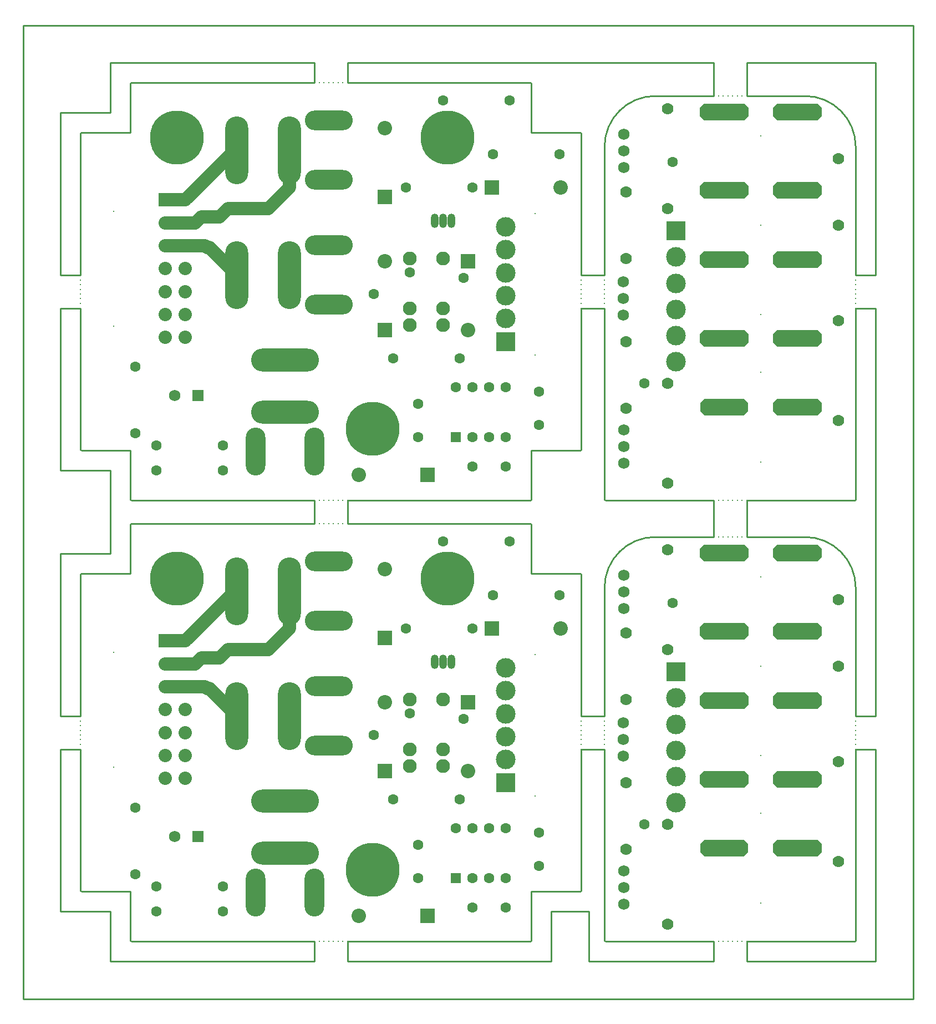
<source format=gbs>
G04 Layer_Color=16711935*
%FSLAX25Y25*%
%MOIN*%
G70*
G01*
G75*
%ADD13C,0.08000*%
%ADD17C,0.01000*%
%ADD50C,0.00800*%
%ADD51C,0.06800*%
%ADD52C,0.11824*%
%ADD53R,0.11824X0.11824*%
%ADD54C,0.07000*%
G04:AMPARAMS|DCode=55|XSize=293mil|YSize=103mil|CornerRadius=0mil|HoleSize=0mil|Usage=FLASHONLY|Rotation=0.000|XOffset=0mil|YOffset=0mil|HoleType=Round|Shape=Octagon|*
%AMOCTAGOND55*
4,1,8,0.14650,-0.02575,0.14650,0.02575,0.12075,0.05150,-0.12075,0.05150,-0.14650,0.02575,-0.14650,-0.02575,-0.12075,-0.05150,0.12075,-0.05150,0.14650,-0.02575,0.0*
%
%ADD55OCTAGOND55*%

G04:AMPARAMS|DCode=56|XSize=288mil|YSize=103mil|CornerRadius=0mil|HoleSize=0mil|Usage=FLASHONLY|Rotation=180.000|XOffset=0mil|YOffset=0mil|HoleType=Round|Shape=Octagon|*
%AMOCTAGOND56*
4,1,8,-0.14400,0.02575,-0.14400,-0.02575,-0.11825,-0.05150,0.11825,-0.05150,0.14400,-0.02575,0.14400,0.02575,0.11825,0.05150,-0.11825,0.05150,-0.14400,0.02575,0.0*
%
%ADD56OCTAGOND56*%

%ADD57C,0.06300*%
%ADD58R,0.06300X0.06300*%
%ADD59C,0.06312*%
%ADD60O,0.04737X0.08674*%
%ADD61O,0.04737X0.08674*%
%ADD62C,0.08300*%
%ADD63O,0.40800X0.13800*%
%ADD64O,0.11800X0.28800*%
%ADD65O,0.13800X0.40800*%
%ADD66O,0.28800X0.11800*%
%ADD67R,0.08674X0.08674*%
%ADD68C,0.08674*%
%ADD69R,0.08674X0.08674*%
%ADD70R,0.06800X0.06800*%
%ADD71R,0.08000X0.08000*%
%ADD72C,0.08000*%
%ADD73C,0.32300*%
%ADD74C,0.06000*%
D13*
X147500Y475000D02*
X152500Y480000D01*
X160000Y487500D01*
Y510000D01*
X85542Y480087D02*
X97587D01*
X85542Y466308D02*
X103308D01*
X85542Y452528D02*
X97353D01*
X97587Y480087D02*
X127500Y510000D01*
X112000Y451500D02*
X128500Y435000D01*
X97353Y452528D02*
X109472D01*
X110500Y451500D01*
X112000D01*
X123000Y475000D02*
X147500D01*
X118000Y470000D02*
X123000Y475000D01*
X107000Y470000D02*
X118000D01*
X103308Y466308D02*
X107000Y470000D01*
X147500Y210000D02*
X152500Y215000D01*
X160000Y222500D01*
Y245000D01*
X85542Y215087D02*
X97587D01*
X85542Y201308D02*
X103308D01*
X85542Y187528D02*
X97353D01*
X97587Y215087D02*
X127500Y245000D01*
X112000Y186500D02*
X128500Y170000D01*
X97353Y187528D02*
X109472D01*
X110500Y186500D01*
X112000D01*
X123000Y210000D02*
X147500D01*
X118000Y205000D02*
X123000Y210000D01*
X107000Y205000D02*
X118000D01*
X103308Y201308D02*
X107000Y205000D01*
D17*
X500000Y299500D02*
G03*
X500500Y300000I0J500D01*
G01*
X500000Y299500D02*
G03*
X500500Y300000I0J500D01*
G01*
X349500D02*
G03*
X350000Y299500I500J0D01*
G01*
X349500Y300000D02*
G03*
X350000Y299500I500J0D01*
G01*
X500500Y512000D02*
G03*
X470000Y542500I-30500J0D01*
G01*
X380000D02*
G03*
X349500Y512000I0J-30500D01*
G01*
X500000Y34500D02*
G03*
X500500Y35000I0J500D01*
G01*
X500000Y34500D02*
G03*
X500500Y35000I0J500D01*
G01*
X349500D02*
G03*
X350000Y34500I500J0D01*
G01*
X349500Y35000D02*
G03*
X350000Y34500I500J0D01*
G01*
X500500Y247000D02*
G03*
X470000Y277500I-30500J0D01*
G01*
X380000D02*
G03*
X349500Y247000I0J-30500D01*
G01*
X34500Y330000D02*
G03*
X35000Y329500I500J0D01*
G01*
X34500Y330000D02*
G03*
X35000Y329500I500J0D01*
G01*
X64500Y300000D02*
G03*
X65000Y299500I500J0D01*
G01*
X64500Y300000D02*
G03*
X65000Y299500I500J0D01*
G01*
X35000Y520500D02*
G03*
X34500Y520000I0J-500D01*
G01*
X35000Y520500D02*
G03*
X34500Y520000I0J-500D01*
G01*
X65000Y550500D02*
G03*
X64500Y550000I0J-500D01*
G01*
X65000Y550500D02*
G03*
X64500Y550000I0J-500D01*
G01*
X305000Y299500D02*
G03*
X305500Y300000I0J500D01*
G01*
X305000Y299500D02*
G03*
X305500Y300000I0J500D01*
G01*
X335000Y329500D02*
G03*
X335500Y330000I0J500D01*
G01*
X335000Y329500D02*
G03*
X335500Y330000I0J500D01*
G01*
X305500Y550000D02*
G03*
X305000Y550500I-500J0D01*
G01*
X305500Y550000D02*
G03*
X305000Y550500I-500J0D01*
G01*
X335500Y520000D02*
G03*
X335000Y520500I-500J0D01*
G01*
X335500Y520000D02*
G03*
X335000Y520500I-500J0D01*
G01*
X34500Y65000D02*
G03*
X35000Y64500I500J0D01*
G01*
X34500Y65000D02*
G03*
X35000Y64500I500J0D01*
G01*
X64500Y35000D02*
G03*
X65000Y34500I500J0D01*
G01*
X64500Y35000D02*
G03*
X65000Y34500I500J0D01*
G01*
X35000Y255500D02*
G03*
X34500Y255000I0J-500D01*
G01*
X35000Y255500D02*
G03*
X34500Y255000I0J-500D01*
G01*
X65000Y285500D02*
G03*
X64500Y285000I0J-500D01*
G01*
X65000Y285500D02*
G03*
X64500Y285000I0J-500D01*
G01*
X305000Y34500D02*
G03*
X305500Y35000I0J500D01*
G01*
X305000Y34500D02*
G03*
X305500Y35000I0J500D01*
G01*
X335000Y64500D02*
G03*
X335500Y65000I0J500D01*
G01*
X335000Y64500D02*
G03*
X335500Y65000I0J500D01*
G01*
X305500Y285000D02*
G03*
X305000Y285500I-500J0D01*
G01*
X305500Y285000D02*
G03*
X305000Y285500I-500J0D01*
G01*
X335500Y255000D02*
G03*
X335000Y255500I-500J0D01*
G01*
X335500Y255000D02*
G03*
X335000Y255500I-500J0D01*
G01*
X435000Y542500D02*
Y562500D01*
X415000Y542500D02*
Y562500D01*
X435000Y277500D02*
Y299500D01*
X415000Y277500D02*
Y299500D01*
X435000Y22500D02*
Y34500D01*
X415000Y22500D02*
Y34500D01*
X195000Y22500D02*
Y34500D01*
X175000Y22500D02*
Y34500D01*
X195000Y285500D02*
Y299500D01*
X175000Y285500D02*
Y299500D01*
X195000Y550500D02*
Y562500D01*
X175000Y550500D02*
Y562500D01*
X435000Y299500D02*
X500000D01*
X350000D02*
X415000D01*
X435000Y542500D02*
X470000D01*
X380000D02*
X415000D01*
X435000Y277500D02*
X470000D01*
X380000D02*
X415000D01*
X435000Y562500D02*
X512500D01*
X335000D02*
X415000D01*
X435000Y34500D02*
X500000D01*
X350000D02*
X415000D01*
X435000Y22500D02*
X512500D01*
X340000D02*
X415000D01*
X195000Y299500D02*
X305000D01*
X65000D02*
X175000D01*
X195000Y550500D02*
X305000D01*
X65000D02*
X175000D01*
X195000Y285500D02*
X305000D01*
X65000D02*
X175000D01*
X195000Y562500D02*
X317500D01*
X52500D02*
X175000D01*
X195000Y34500D02*
X305000D01*
X65000D02*
X175000D01*
X195000Y22500D02*
X317500D01*
X52500D02*
X175000D01*
X22500Y415000D02*
X34500D01*
X22500Y435000D02*
X34500D01*
X335500Y415000D02*
X349500D01*
X335500Y435000D02*
X349500D01*
X500500Y415000D02*
X512500D01*
X500500Y435000D02*
X512500D01*
X500500D02*
Y512000D01*
Y300000D02*
Y415000D01*
X349500Y435000D02*
Y512000D01*
Y300000D02*
Y415000D01*
X512500Y435000D02*
Y562500D01*
Y170000D02*
Y415000D01*
X335500Y435000D02*
Y520000D01*
Y330000D02*
Y415000D01*
X34500Y435000D02*
Y520000D01*
Y330000D02*
Y415000D01*
X22500Y435000D02*
Y532500D01*
Y317500D02*
Y415000D01*
X500500Y170000D02*
X512500D01*
X500500Y150000D02*
X512500D01*
X335500D02*
X349500D01*
X335500Y170000D02*
X349500D01*
X22500Y150000D02*
X34500D01*
X22500Y170000D02*
X34500D01*
X500500D02*
Y247000D01*
Y35000D02*
Y150000D01*
X349500Y170000D02*
Y247000D01*
Y35000D02*
Y150000D01*
X512500Y22500D02*
Y150000D01*
X335500Y170000D02*
Y255000D01*
Y65000D02*
Y150000D01*
X34500Y170000D02*
Y255000D01*
Y65000D02*
Y150000D01*
X22500Y170000D02*
Y267500D01*
Y52500D02*
Y150000D01*
X340000Y22500D02*
Y52500D01*
X317500Y562500D02*
X335000D01*
X52500Y532500D02*
Y562500D01*
X22500Y532500D02*
X52500D01*
X64500Y300000D02*
Y329500D01*
X35000D02*
X64500D01*
X35000Y520500D02*
X64500D01*
Y550000D01*
X305500Y300000D02*
Y329500D01*
X335000D01*
X305500Y520500D02*
Y550000D01*
Y520500D02*
X335000D01*
X64500Y35000D02*
Y64500D01*
X35000D02*
X64500D01*
X35000Y255500D02*
X64500D01*
Y285000D01*
X305500Y35000D02*
Y64500D01*
X335000D01*
X305500Y255500D02*
Y285000D01*
Y255500D02*
X335000D01*
X22500Y317500D02*
X52500D01*
Y267500D02*
Y317500D01*
X22500Y267500D02*
X52500D01*
X317500Y52500D02*
X340000D01*
X317500Y22500D02*
Y52500D01*
X52500Y22500D02*
Y52500D01*
X22500D02*
X52500D01*
X0Y0D02*
X535000D01*
Y585000D01*
X0D02*
X535000D01*
X0Y0D02*
Y585000D01*
D50*
X429300Y542500D02*
D03*
X432100D02*
D03*
X423700D02*
D03*
X426500D02*
D03*
X420900D02*
D03*
X418100D02*
D03*
X435200D02*
D03*
X415000D02*
D03*
X429300Y299500D02*
D03*
X432100D02*
D03*
X423700D02*
D03*
X426500D02*
D03*
X420900D02*
D03*
X418100D02*
D03*
X435200D02*
D03*
X415000D02*
D03*
X429300Y277500D02*
D03*
X432100D02*
D03*
X423700D02*
D03*
X426500D02*
D03*
X420900D02*
D03*
X418100D02*
D03*
X435200D02*
D03*
X415000D02*
D03*
X429300Y34500D02*
D03*
X432100D02*
D03*
X423700D02*
D03*
X426500D02*
D03*
X420900D02*
D03*
X418100D02*
D03*
X435200D02*
D03*
X415000D02*
D03*
X189300D02*
D03*
X192100D02*
D03*
X183700D02*
D03*
X186500D02*
D03*
X180900D02*
D03*
X178100D02*
D03*
X195200D02*
D03*
X175000D02*
D03*
X189300Y285500D02*
D03*
X192100D02*
D03*
X183700D02*
D03*
X186500D02*
D03*
X180900D02*
D03*
X178100D02*
D03*
X195200D02*
D03*
X175000D02*
D03*
X189300Y299500D02*
D03*
X192100D02*
D03*
X183700D02*
D03*
X186500D02*
D03*
X180900D02*
D03*
X178100D02*
D03*
X195200D02*
D03*
X175000D02*
D03*
X189300Y550500D02*
D03*
X192100D02*
D03*
X183700D02*
D03*
X186500D02*
D03*
X180900D02*
D03*
X178100D02*
D03*
X195200D02*
D03*
X175000D02*
D03*
X349500Y435000D02*
D03*
Y414800D02*
D03*
Y431900D02*
D03*
Y429100D02*
D03*
Y423500D02*
D03*
Y426300D02*
D03*
Y417900D02*
D03*
Y420700D02*
D03*
Y170000D02*
D03*
Y149800D02*
D03*
Y166900D02*
D03*
Y164100D02*
D03*
Y158500D02*
D03*
Y161300D02*
D03*
Y152900D02*
D03*
Y155700D02*
D03*
X500500Y170000D02*
D03*
Y149800D02*
D03*
Y166900D02*
D03*
Y164100D02*
D03*
Y158500D02*
D03*
Y161300D02*
D03*
Y152900D02*
D03*
Y155700D02*
D03*
Y435000D02*
D03*
Y414800D02*
D03*
Y431900D02*
D03*
Y429100D02*
D03*
Y423500D02*
D03*
Y426300D02*
D03*
Y417900D02*
D03*
Y420700D02*
D03*
X335500Y435000D02*
D03*
Y414800D02*
D03*
Y431900D02*
D03*
Y429100D02*
D03*
Y423500D02*
D03*
Y426300D02*
D03*
Y417900D02*
D03*
Y420700D02*
D03*
Y170000D02*
D03*
Y149800D02*
D03*
Y166900D02*
D03*
Y164100D02*
D03*
Y158500D02*
D03*
Y161300D02*
D03*
Y152900D02*
D03*
Y155700D02*
D03*
X34500Y435000D02*
D03*
Y414800D02*
D03*
Y431900D02*
D03*
Y429100D02*
D03*
Y423500D02*
D03*
Y426300D02*
D03*
Y417900D02*
D03*
Y420700D02*
D03*
Y155700D02*
D03*
Y152900D02*
D03*
Y161300D02*
D03*
Y158500D02*
D03*
Y164100D02*
D03*
Y166900D02*
D03*
Y149800D02*
D03*
Y170000D02*
D03*
X443350Y518550D02*
D03*
Y411250D02*
D03*
Y322650D02*
D03*
X443400Y376400D02*
D03*
Y465000D02*
D03*
X443350Y253550D02*
D03*
Y146250D02*
D03*
Y57650D02*
D03*
X443400Y111400D02*
D03*
Y200000D02*
D03*
X307717Y386870D02*
D03*
Y471909D02*
D03*
X54400Y473198D02*
D03*
Y404300D02*
D03*
X307717Y121870D02*
D03*
Y206909D02*
D03*
X54400Y208198D02*
D03*
Y139300D02*
D03*
D51*
X361000Y499600D02*
D03*
Y509600D02*
D03*
Y519600D02*
D03*
X360900Y410800D02*
D03*
Y420800D02*
D03*
Y430800D02*
D03*
X361000Y321900D02*
D03*
Y331900D02*
D03*
Y341900D02*
D03*
Y234600D02*
D03*
Y244600D02*
D03*
Y254600D02*
D03*
X360900Y145800D02*
D03*
Y155800D02*
D03*
Y165800D02*
D03*
X361000Y56900D02*
D03*
Y66900D02*
D03*
Y76900D02*
D03*
X91200Y362500D02*
D03*
Y97500D02*
D03*
D52*
X392500Y430000D02*
D03*
Y445748D02*
D03*
Y382756D02*
D03*
Y398504D02*
D03*
Y414252D02*
D03*
Y165000D02*
D03*
Y180748D02*
D03*
Y117756D02*
D03*
Y133504D02*
D03*
Y149252D02*
D03*
X290000Y408720D02*
D03*
Y422500D02*
D03*
Y436280D02*
D03*
Y450059D02*
D03*
Y463839D02*
D03*
Y143720D02*
D03*
Y157500D02*
D03*
Y171280D02*
D03*
Y185059D02*
D03*
Y198839D02*
D03*
D53*
X392500Y461496D02*
D03*
Y196496D02*
D03*
X290000Y394941D02*
D03*
Y129941D02*
D03*
D54*
X490000Y465000D02*
D03*
Y505000D02*
D03*
X387500Y475000D02*
D03*
Y535000D02*
D03*
X362500Y485000D02*
D03*
Y445000D02*
D03*
X387500Y310000D02*
D03*
Y370000D02*
D03*
X362500Y395000D02*
D03*
Y355000D02*
D03*
X490000Y407500D02*
D03*
Y347500D02*
D03*
Y200000D02*
D03*
Y240000D02*
D03*
X387500Y210000D02*
D03*
Y270000D02*
D03*
X362500Y220000D02*
D03*
Y180000D02*
D03*
X387500Y45000D02*
D03*
Y105000D02*
D03*
X362500Y130000D02*
D03*
Y90000D02*
D03*
X490000Y142500D02*
D03*
Y82500D02*
D03*
D55*
X421300Y532900D02*
D03*
X465400D02*
D03*
X421300Y485700D02*
D03*
X465400D02*
D03*
X421300Y444100D02*
D03*
X465400D02*
D03*
X421300Y396900D02*
D03*
X465400D02*
D03*
Y355500D02*
D03*
X421300Y267900D02*
D03*
X465400D02*
D03*
X421300Y220700D02*
D03*
X465400D02*
D03*
X421300Y179100D02*
D03*
X465400D02*
D03*
X421300Y131900D02*
D03*
X465400D02*
D03*
Y90500D02*
D03*
D56*
X421300Y355500D02*
D03*
Y90500D02*
D03*
D57*
X290000Y367500D02*
D03*
X280000D02*
D03*
X270000D02*
D03*
X260000D02*
D03*
X290000Y337500D02*
D03*
X280000D02*
D03*
X270000D02*
D03*
X310000Y345000D02*
D03*
Y365000D02*
D03*
X290000Y320000D02*
D03*
X270000D02*
D03*
X237500Y337500D02*
D03*
Y357500D02*
D03*
X290000Y102500D02*
D03*
X280000D02*
D03*
X270000D02*
D03*
X260000D02*
D03*
X290000Y72500D02*
D03*
X280000D02*
D03*
X270000D02*
D03*
X310000Y80000D02*
D03*
Y100000D02*
D03*
X290000Y55000D02*
D03*
X270000D02*
D03*
X237500Y72500D02*
D03*
Y92500D02*
D03*
X390400Y502800D02*
D03*
X373300Y370000D02*
D03*
X390400Y237800D02*
D03*
X373300Y105000D02*
D03*
X264900Y433100D02*
D03*
X210800Y423600D02*
D03*
X232500Y436500D02*
D03*
X264900Y168100D02*
D03*
X210800Y158600D02*
D03*
X232500Y171500D02*
D03*
D58*
X260000Y337500D02*
D03*
Y72500D02*
D03*
D59*
X292500Y540000D02*
D03*
X252500D02*
D03*
X80000Y317500D02*
D03*
X120000D02*
D03*
X67500Y340000D02*
D03*
Y380000D02*
D03*
X322500Y507500D02*
D03*
X282500D02*
D03*
X222500Y385000D02*
D03*
X262500D02*
D03*
X230000Y487500D02*
D03*
X270000D02*
D03*
X120000Y332500D02*
D03*
X80000D02*
D03*
X292500Y275000D02*
D03*
X252500D02*
D03*
X80000Y52500D02*
D03*
X120000D02*
D03*
X67500Y75000D02*
D03*
Y115000D02*
D03*
X322500Y242500D02*
D03*
X282500D02*
D03*
X222500Y120000D02*
D03*
X262500D02*
D03*
X230000Y222500D02*
D03*
X270000D02*
D03*
X120000Y67500D02*
D03*
X80000D02*
D03*
D60*
X247500Y467500D02*
D03*
Y202500D02*
D03*
D61*
X252500Y467500D02*
D03*
X257500D02*
D03*
X252500Y202500D02*
D03*
X257500D02*
D03*
D62*
X252500Y405000D02*
D03*
Y415000D02*
D03*
X232500D02*
D03*
Y405000D02*
D03*
Y445000D02*
D03*
X252500D02*
D03*
Y140000D02*
D03*
Y150000D02*
D03*
X232500D02*
D03*
Y140000D02*
D03*
Y180000D02*
D03*
X252500D02*
D03*
D63*
X157500Y384000D02*
D03*
Y352500D02*
D03*
Y119000D02*
D03*
Y87500D02*
D03*
D64*
X139800Y328900D02*
D03*
X175200D02*
D03*
X139800Y63900D02*
D03*
X175200D02*
D03*
D65*
X128500Y435000D02*
D03*
X160000D02*
D03*
X128500Y510000D02*
D03*
X160000D02*
D03*
X128500Y170000D02*
D03*
X160000D02*
D03*
X128500Y245000D02*
D03*
X160000D02*
D03*
D66*
X183600Y417300D02*
D03*
Y452700D02*
D03*
Y492300D02*
D03*
Y527700D02*
D03*
Y152300D02*
D03*
Y187700D02*
D03*
Y227300D02*
D03*
Y262700D02*
D03*
D67*
X243091Y315000D02*
D03*
X281909Y487500D02*
D03*
X243091Y50000D02*
D03*
X281909Y222500D02*
D03*
D68*
X201909Y315000D02*
D03*
X267500Y401909D02*
D03*
X217500Y443091D02*
D03*
X323091Y487500D02*
D03*
X217500Y523091D02*
D03*
X201909Y50000D02*
D03*
X267500Y136909D02*
D03*
X217500Y178091D02*
D03*
X323091Y222500D02*
D03*
X217500Y258091D02*
D03*
D69*
X267500Y443091D02*
D03*
X217500Y401909D02*
D03*
Y481909D02*
D03*
X267500Y178091D02*
D03*
X217500Y136909D02*
D03*
Y216909D02*
D03*
D70*
X105000Y362500D02*
D03*
Y97500D02*
D03*
D71*
X85542Y480087D02*
D03*
Y215087D02*
D03*
D72*
X97353Y480087D02*
D03*
X85542Y466308D02*
D03*
X97353D02*
D03*
X85542Y452528D02*
D03*
X97353D02*
D03*
X85542Y438749D02*
D03*
X97353D02*
D03*
X85542Y424969D02*
D03*
X97353D02*
D03*
X85542Y411190D02*
D03*
X97353D02*
D03*
X85542Y397410D02*
D03*
X97353D02*
D03*
Y215087D02*
D03*
X85542Y201308D02*
D03*
X97353D02*
D03*
X85542Y187528D02*
D03*
X97353D02*
D03*
X85542Y173749D02*
D03*
X97353D02*
D03*
X85542Y159969D02*
D03*
X97353D02*
D03*
X85542Y146190D02*
D03*
X97353D02*
D03*
X85542Y132410D02*
D03*
X97353D02*
D03*
D73*
X92500Y517500D02*
D03*
X255000D02*
D03*
X210000Y342500D02*
D03*
X92500Y252500D02*
D03*
X255000D02*
D03*
X210000Y77500D02*
D03*
D74*
X127500Y510000D02*
X128500D01*
X127500Y245000D02*
X128500D01*
M02*

</source>
